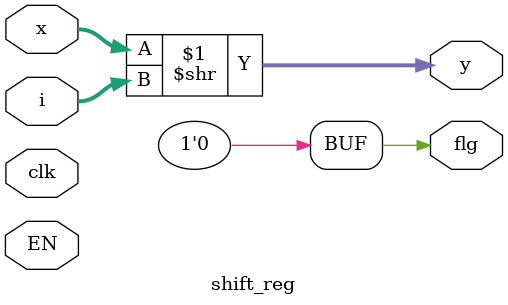
<source format=sv>
`timescale 1ns / 1ps


module shift_reg #( parameter size = 31) (
input [size:0] x,
input [8:0] i,
input clk, EN,
output logic flg = 0,
output logic [31:0] y
    );
        assign    y = x >> i ;





endmodule
</source>
